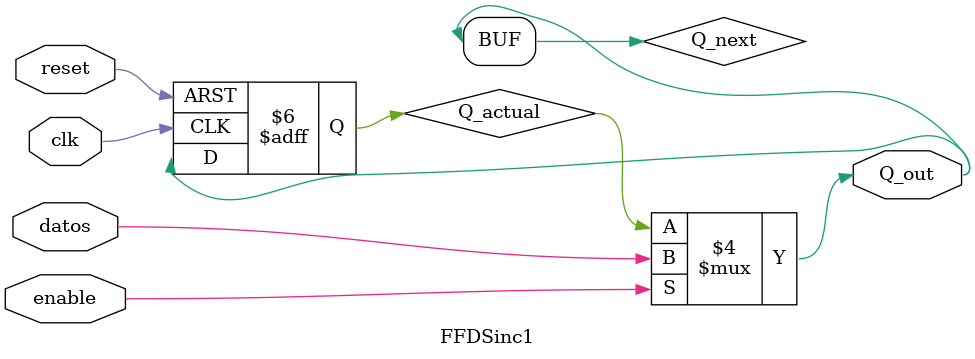
<source format=v>
`timescale 1ns / 1ps
module FFDSinc1(


input wire clk,reset,
input wire datos,
input wire enable,
output wire Q_out

 );
 
 reg Q_actual,Q_next;
 
always@(posedge clk , posedge reset)

if(reset)
	begin
	Q_actual <=1'b0;

	end

else

	begin

	Q_actual<= Q_next;
	
	end

always @*

	if(enable)

		Q_next=datos;

	else

		Q_next = Q_actual;


assign Q_out = Q_next;

endmodule



</source>
